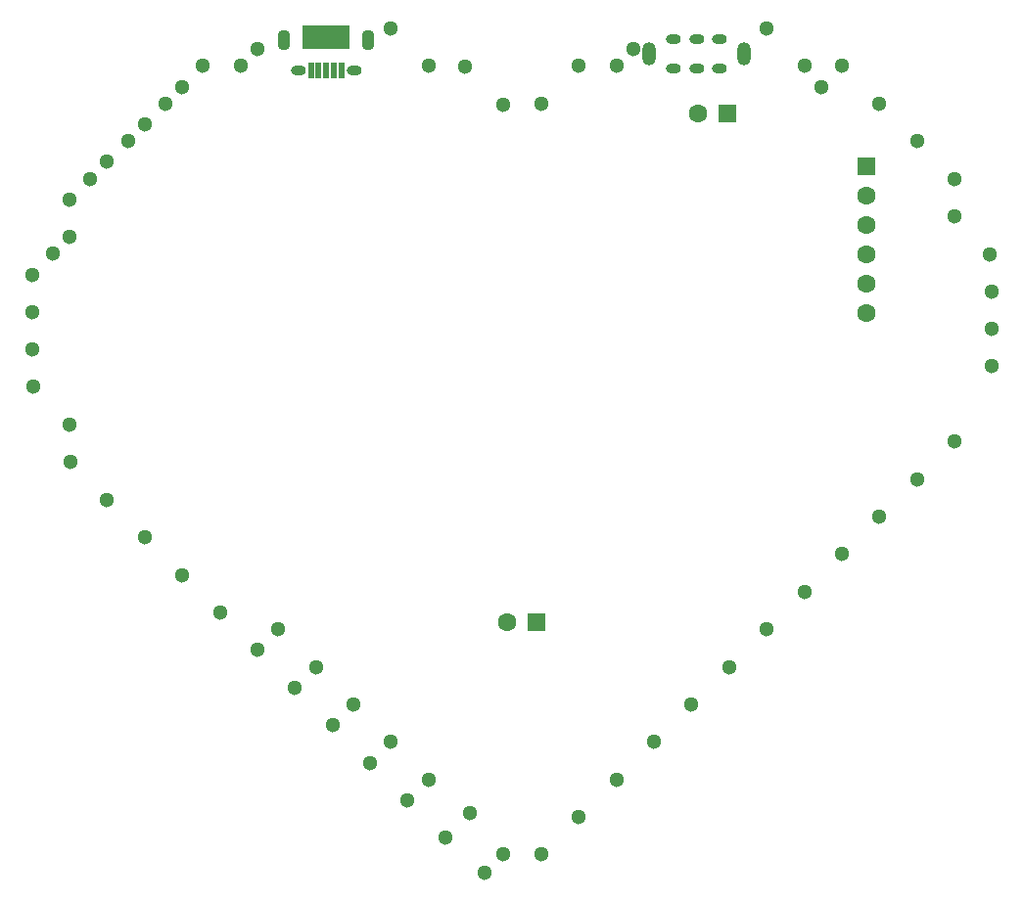
<source format=gts>
G04 Layer_Color=8388736*
%FSLAX44Y44*%
%MOMM*%
G71*
G01*
G75*
%ADD71R,0.5000X1.4500*%
%ADD72R,4.1000X2.1000*%
%ADD73O,1.2000X2.0000*%
%ADD74O,1.3000X0.9000*%
%ADD75C,1.6000*%
%ADD76R,1.6000X1.6000*%
%ADD77O,1.1000X1.8000*%
%ADD78R,1.6000X1.6000*%
%ADD79C,1.3000*%
D71*
X2025002Y1687500D02*
D03*
X2031502D02*
D03*
X2038002D02*
D03*
X2044502D02*
D03*
X2051002D02*
D03*
D72*
X2038000Y1716500D02*
D03*
D73*
X2317500Y1702000D02*
D03*
X2399500D02*
D03*
D74*
X2013750Y1687250D02*
D03*
X2062250D02*
D03*
X2338500Y1689500D02*
D03*
X2358500D02*
D03*
Y1714500D02*
D03*
X2338500D02*
D03*
X2378500D02*
D03*
Y1689500D02*
D03*
D75*
X2194600Y1210000D02*
D03*
X2505000Y1478000D02*
D03*
Y1503400D02*
D03*
Y1528800D02*
D03*
Y1554200D02*
D03*
Y1579600D02*
D03*
X2359600Y1650000D02*
D03*
D76*
X2505000Y1605000D02*
D03*
D77*
X2001750Y1714000D02*
D03*
X2074250D02*
D03*
D78*
X2220000Y1210000D02*
D03*
X2385000Y1650000D02*
D03*
D79*
X1785000Y1414000D02*
D03*
X1817000Y1349000D02*
D03*
X1881020Y1283520D02*
D03*
X1913520Y1251020D02*
D03*
X1978520Y1186020D02*
D03*
X1996480Y1203980D02*
D03*
X2011020Y1153520D02*
D03*
X2043520Y1121020D02*
D03*
X2076020Y1088520D02*
D03*
X2141020Y1023520D02*
D03*
X2175000Y993000D02*
D03*
X2223980Y1008980D02*
D03*
X2256480Y1041480D02*
D03*
X2288980Y1073980D02*
D03*
X2321480Y1106480D02*
D03*
X2353980Y1138980D02*
D03*
X2386480Y1171480D02*
D03*
X2418980Y1203980D02*
D03*
X2451481Y1236480D02*
D03*
X2483980Y1268980D02*
D03*
X2516480Y1301480D02*
D03*
X2548980Y1333980D02*
D03*
X2581480Y1366480D02*
D03*
X2613980Y1431481D02*
D03*
Y1463980D02*
D03*
Y1496480D02*
D03*
X2612000Y1528000D02*
D03*
X2581480Y1561480D02*
D03*
Y1593980D02*
D03*
X2548980Y1626480D02*
D03*
X2516480Y1658980D02*
D03*
X2483980Y1691481D02*
D03*
X2451481D02*
D03*
X2418980Y1723980D02*
D03*
X2466020Y1673520D02*
D03*
X2288980Y1691481D02*
D03*
X2303520Y1706020D02*
D03*
X2256480Y1691481D02*
D03*
X2223980Y1658980D02*
D03*
X2158000Y1691000D02*
D03*
X2191000Y1658000D02*
D03*
X2126480Y1691481D02*
D03*
X2093980Y1723980D02*
D03*
X1978520Y1706020D02*
D03*
X1963980Y1691481D02*
D03*
X1931480D02*
D03*
X1913520Y1673520D02*
D03*
X1898980Y1658980D02*
D03*
X1881020Y1641020D02*
D03*
X1866480Y1626480D02*
D03*
X1848519Y1608520D02*
D03*
X1833980Y1593980D02*
D03*
X1816020Y1576020D02*
D03*
Y1543520D02*
D03*
X1801480Y1528980D02*
D03*
X1784000Y1511000D02*
D03*
X1783520Y1478520D02*
D03*
Y1446020D02*
D03*
X1816020Y1381020D02*
D03*
X1848519Y1316020D02*
D03*
X1946020Y1218520D02*
D03*
X2028980Y1171480D02*
D03*
X2061480Y1138980D02*
D03*
X2093980Y1106480D02*
D03*
X2108519Y1056020D02*
D03*
X2126480Y1073980D02*
D03*
X2162500Y1045000D02*
D03*
X2191480Y1008980D02*
D03*
M02*

</source>
